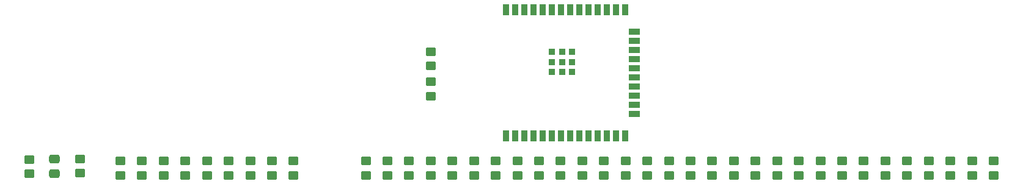
<source format=gbr>
%TF.GenerationSoftware,KiCad,Pcbnew,9.0.1*%
%TF.CreationDate,2025-06-17T16:13:15+02:00*%
%TF.ProjectId,open_g_db,6f70656e-5f67-45f6-9462-2e6b69636164,rev?*%
%TF.SameCoordinates,Original*%
%TF.FileFunction,Paste,Bot*%
%TF.FilePolarity,Positive*%
%FSLAX46Y46*%
G04 Gerber Fmt 4.6, Leading zero omitted, Abs format (unit mm)*
G04 Created by KiCad (PCBNEW 9.0.1) date 2025-06-17 16:13:15*
%MOMM*%
%LPD*%
G01*
G04 APERTURE LIST*
G04 Aperture macros list*
%AMRoundRect*
0 Rectangle with rounded corners*
0 $1 Rounding radius*
0 $2 $3 $4 $5 $6 $7 $8 $9 X,Y pos of 4 corners*
0 Add a 4 corners polygon primitive as box body*
4,1,4,$2,$3,$4,$5,$6,$7,$8,$9,$2,$3,0*
0 Add four circle primitives for the rounded corners*
1,1,$1+$1,$2,$3*
1,1,$1+$1,$4,$5*
1,1,$1+$1,$6,$7*
1,1,$1+$1,$8,$9*
0 Add four rect primitives between the rounded corners*
20,1,$1+$1,$2,$3,$4,$5,0*
20,1,$1+$1,$4,$5,$6,$7,0*
20,1,$1+$1,$6,$7,$8,$9,0*
20,1,$1+$1,$8,$9,$2,$3,0*%
G04 Aperture macros list end*
%ADD10RoundRect,0.250000X-0.450000X0.350000X-0.450000X-0.350000X0.450000X-0.350000X0.450000X0.350000X0*%
%ADD11RoundRect,0.250000X0.450000X-0.350000X0.450000X0.350000X-0.450000X0.350000X-0.450000X-0.350000X0*%
%ADD12RoundRect,0.250000X0.475000X-0.337500X0.475000X0.337500X-0.475000X0.337500X-0.475000X-0.337500X0*%
%ADD13R,0.900000X1.500000*%
%ADD14R,1.500000X0.900000*%
%ADD15R,0.900000X0.900000*%
G04 APERTURE END LIST*
D10*
%TO.C,R51*%
X198000000Y-84000000D03*
X198000000Y-86000000D03*
%TD*%
%TO.C,R22*%
X110000000Y-84000000D03*
X110000000Y-86000000D03*
%TD*%
%TO.C,R48*%
X171000000Y-84000000D03*
X171000000Y-86000000D03*
%TD*%
%TO.C,R32*%
X213000000Y-84000000D03*
X213000000Y-86000000D03*
%TD*%
%TO.C,R5*%
X79400000Y-83800000D03*
X79400000Y-85800000D03*
%TD*%
D11*
%TO.C,R9*%
X135000000Y-75000000D03*
X135000000Y-73000000D03*
%TD*%
D10*
%TO.C,R21*%
X101000000Y-84000000D03*
X101000000Y-86000000D03*
%TD*%
%TO.C,R6*%
X135000000Y-68800000D03*
X135000000Y-70800000D03*
%TD*%
%TO.C,R40*%
X192000000Y-84000000D03*
X192000000Y-86000000D03*
%TD*%
%TO.C,R41*%
X201000000Y-84000000D03*
X201000000Y-86000000D03*
%TD*%
%TO.C,R35*%
X147000000Y-84000000D03*
X147000000Y-86000000D03*
%TD*%
%TO.C,R49*%
X180000000Y-84000000D03*
X180000000Y-86000000D03*
%TD*%
%TO.C,R25*%
X150000000Y-84000000D03*
X150000000Y-86000000D03*
%TD*%
%TO.C,R42*%
X210000000Y-84000000D03*
X210000000Y-86000000D03*
%TD*%
%TO.C,R38*%
X174000000Y-84000000D03*
X174000000Y-86000000D03*
%TD*%
%TO.C,R44*%
X135000000Y-84000000D03*
X135000000Y-86000000D03*
%TD*%
%TO.C,R52*%
X207000000Y-84000000D03*
X207000000Y-86000000D03*
%TD*%
D11*
%TO.C,R8*%
X86400000Y-85700000D03*
X86400000Y-83700000D03*
%TD*%
D10*
%TO.C,R43*%
X126000000Y-84000000D03*
X126000000Y-86000000D03*
%TD*%
%TO.C,R19*%
X113000000Y-84000000D03*
X113000000Y-86000000D03*
%TD*%
%TO.C,R24*%
X141000000Y-84000000D03*
X141000000Y-86000000D03*
%TD*%
%TO.C,R27*%
X168000000Y-84000000D03*
X168000000Y-86000000D03*
%TD*%
%TO.C,R20*%
X92000000Y-84000000D03*
X92000000Y-86000000D03*
%TD*%
%TO.C,R16*%
X116000000Y-84000000D03*
X116000000Y-86000000D03*
%TD*%
%TO.C,R30*%
X195000000Y-84000000D03*
X195000000Y-86000000D03*
%TD*%
%TO.C,R15*%
X107000000Y-84000000D03*
X107000000Y-86000000D03*
%TD*%
%TO.C,R14*%
X98000000Y-84000000D03*
X98000000Y-86000000D03*
%TD*%
%TO.C,R31*%
X204000000Y-84000000D03*
X204000000Y-86000000D03*
%TD*%
%TO.C,R33*%
X129000000Y-84000000D03*
X129000000Y-86000000D03*
%TD*%
%TO.C,R39*%
X183000000Y-84000000D03*
X183000000Y-86000000D03*
%TD*%
%TO.C,R45*%
X144000000Y-84000000D03*
X144000000Y-86000000D03*
%TD*%
%TO.C,R50*%
X189000000Y-84000000D03*
X189000000Y-86000000D03*
%TD*%
%TO.C,R29*%
X186000000Y-84000000D03*
X186000000Y-86000000D03*
%TD*%
%TO.C,R34*%
X138000000Y-84000000D03*
X138000000Y-86000000D03*
%TD*%
%TO.C,R26*%
X159000000Y-84000000D03*
X159000000Y-86000000D03*
%TD*%
%TO.C,R28*%
X177000000Y-84000000D03*
X177000000Y-86000000D03*
%TD*%
%TO.C,R17*%
X95000000Y-84000000D03*
X95000000Y-86000000D03*
%TD*%
%TO.C,R47*%
X162000000Y-84000000D03*
X162000000Y-86000000D03*
%TD*%
%TO.C,R37*%
X165000000Y-84000000D03*
X165000000Y-86000000D03*
%TD*%
%TO.C,R46*%
X153000000Y-84000000D03*
X153000000Y-86000000D03*
%TD*%
%TO.C,R36*%
X156000000Y-84000000D03*
X156000000Y-86000000D03*
%TD*%
%TO.C,R23*%
X132000000Y-84000000D03*
X132000000Y-86000000D03*
%TD*%
%TO.C,R18*%
X104000000Y-84000000D03*
X104000000Y-86000000D03*
%TD*%
D12*
%TO.C,C6*%
X82900000Y-85775000D03*
X82900000Y-83700000D03*
%TD*%
D13*
%TO.C,U1*%
X145460000Y-63000000D03*
X146730000Y-63000000D03*
X148000000Y-63000000D03*
X149270000Y-63000000D03*
X150540000Y-63000000D03*
X151810000Y-63000000D03*
X153080000Y-63000000D03*
X154350000Y-63000000D03*
X155620000Y-63000000D03*
X156890000Y-63000000D03*
X158160000Y-63000000D03*
X159430000Y-63000000D03*
X160700000Y-63000000D03*
X161970000Y-63000000D03*
D14*
X163220000Y-66035000D03*
X163220000Y-67305000D03*
X163220000Y-68575000D03*
X163220000Y-69845000D03*
X163220000Y-71115000D03*
X163220000Y-72385000D03*
X163220000Y-73655000D03*
X163220000Y-74925000D03*
X163220000Y-76195000D03*
X163220000Y-77465000D03*
D13*
X161970000Y-80500000D03*
X160700000Y-80500000D03*
X159430000Y-80500000D03*
X158160000Y-80500000D03*
X156890000Y-80500000D03*
X155620000Y-80500000D03*
X154350000Y-80500000D03*
X153080000Y-80500000D03*
X151810000Y-80500000D03*
X150540000Y-80500000D03*
X149270000Y-80500000D03*
X148000000Y-80500000D03*
X146730000Y-80500000D03*
X145460000Y-80500000D03*
D15*
X151780000Y-68850000D03*
X153180000Y-68850000D03*
X154580000Y-68850000D03*
X151780000Y-70250000D03*
X153180000Y-70250000D03*
X154580000Y-70250000D03*
X151780000Y-71650000D03*
X153180000Y-71650000D03*
X154580000Y-71650000D03*
%TD*%
M02*

</source>
